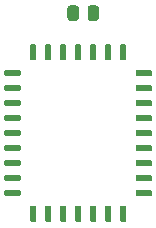
<source format=gtp>
G04 #@! TF.GenerationSoftware,KiCad,Pcbnew,(5.1.2-1)-1*
G04 #@! TF.CreationDate,2019-06-26T00:29:29-04:00*
G04 #@! TF.ProjectId,GW28R8128,47573238-5238-4313-9238-2e6b69636164,rev?*
G04 #@! TF.SameCoordinates,Original*
G04 #@! TF.FileFunction,Paste,Top*
G04 #@! TF.FilePolarity,Positive*
%FSLAX46Y46*%
G04 Gerber Fmt 4.6, Leading zero omitted, Abs format (unit mm)*
G04 Created by KiCad (PCBNEW (5.1.2-1)-1) date 2019-06-26 00:29:29*
%MOMM*%
%LPD*%
G04 APERTURE LIST*
%ADD10C,0.100000*%
%ADD11C,0.950000*%
%ADD12C,0.500000*%
G04 APERTURE END LIST*
D10*
G36*
X49790779Y-26021144D02*
G01*
X49813834Y-26024563D01*
X49836443Y-26030227D01*
X49858387Y-26038079D01*
X49879457Y-26048044D01*
X49899448Y-26060026D01*
X49918168Y-26073910D01*
X49935438Y-26089562D01*
X49951090Y-26106832D01*
X49964974Y-26125552D01*
X49976956Y-26145543D01*
X49986921Y-26166613D01*
X49994773Y-26188557D01*
X50000437Y-26211166D01*
X50003856Y-26234221D01*
X50005000Y-26257500D01*
X50005000Y-27082500D01*
X50003856Y-27105779D01*
X50000437Y-27128834D01*
X49994773Y-27151443D01*
X49986921Y-27173387D01*
X49976956Y-27194457D01*
X49964974Y-27214448D01*
X49951090Y-27233168D01*
X49935438Y-27250438D01*
X49918168Y-27266090D01*
X49899448Y-27279974D01*
X49879457Y-27291956D01*
X49858387Y-27301921D01*
X49836443Y-27309773D01*
X49813834Y-27315437D01*
X49790779Y-27318856D01*
X49767500Y-27320000D01*
X49292500Y-27320000D01*
X49269221Y-27318856D01*
X49246166Y-27315437D01*
X49223557Y-27309773D01*
X49201613Y-27301921D01*
X49180543Y-27291956D01*
X49160552Y-27279974D01*
X49141832Y-27266090D01*
X49124562Y-27250438D01*
X49108910Y-27233168D01*
X49095026Y-27214448D01*
X49083044Y-27194457D01*
X49073079Y-27173387D01*
X49065227Y-27151443D01*
X49059563Y-27128834D01*
X49056144Y-27105779D01*
X49055000Y-27082500D01*
X49055000Y-26257500D01*
X49056144Y-26234221D01*
X49059563Y-26211166D01*
X49065227Y-26188557D01*
X49073079Y-26166613D01*
X49083044Y-26145543D01*
X49095026Y-26125552D01*
X49108910Y-26106832D01*
X49124562Y-26089562D01*
X49141832Y-26073910D01*
X49160552Y-26060026D01*
X49180543Y-26048044D01*
X49201613Y-26038079D01*
X49223557Y-26030227D01*
X49246166Y-26024563D01*
X49269221Y-26021144D01*
X49292500Y-26020000D01*
X49767500Y-26020000D01*
X49790779Y-26021144D01*
X49790779Y-26021144D01*
G37*
D11*
X49530000Y-26670000D03*
D10*
G36*
X48090779Y-26021144D02*
G01*
X48113834Y-26024563D01*
X48136443Y-26030227D01*
X48158387Y-26038079D01*
X48179457Y-26048044D01*
X48199448Y-26060026D01*
X48218168Y-26073910D01*
X48235438Y-26089562D01*
X48251090Y-26106832D01*
X48264974Y-26125552D01*
X48276956Y-26145543D01*
X48286921Y-26166613D01*
X48294773Y-26188557D01*
X48300437Y-26211166D01*
X48303856Y-26234221D01*
X48305000Y-26257500D01*
X48305000Y-27082500D01*
X48303856Y-27105779D01*
X48300437Y-27128834D01*
X48294773Y-27151443D01*
X48286921Y-27173387D01*
X48276956Y-27194457D01*
X48264974Y-27214448D01*
X48251090Y-27233168D01*
X48235438Y-27250438D01*
X48218168Y-27266090D01*
X48199448Y-27279974D01*
X48179457Y-27291956D01*
X48158387Y-27301921D01*
X48136443Y-27309773D01*
X48113834Y-27315437D01*
X48090779Y-27318856D01*
X48067500Y-27320000D01*
X47592500Y-27320000D01*
X47569221Y-27318856D01*
X47546166Y-27315437D01*
X47523557Y-27309773D01*
X47501613Y-27301921D01*
X47480543Y-27291956D01*
X47460552Y-27279974D01*
X47441832Y-27266090D01*
X47424562Y-27250438D01*
X47408910Y-27233168D01*
X47395026Y-27214448D01*
X47383044Y-27194457D01*
X47373079Y-27173387D01*
X47365227Y-27151443D01*
X47359563Y-27128834D01*
X47356144Y-27105779D01*
X47355000Y-27082500D01*
X47355000Y-26257500D01*
X47356144Y-26234221D01*
X47359563Y-26211166D01*
X47365227Y-26188557D01*
X47373079Y-26166613D01*
X47383044Y-26145543D01*
X47395026Y-26125552D01*
X47408910Y-26106832D01*
X47424562Y-26089562D01*
X47441832Y-26073910D01*
X47460552Y-26060026D01*
X47480543Y-26048044D01*
X47501613Y-26038079D01*
X47523557Y-26030227D01*
X47546166Y-26024563D01*
X47569221Y-26021144D01*
X47592500Y-26020000D01*
X48067500Y-26020000D01*
X48090779Y-26021144D01*
X48090779Y-26021144D01*
G37*
D11*
X47830000Y-26670000D03*
D10*
G36*
X48397252Y-29305602D02*
G01*
X48409386Y-29307402D01*
X48421286Y-29310382D01*
X48432835Y-29314515D01*
X48443925Y-29319760D01*
X48454446Y-29326066D01*
X48464299Y-29333374D01*
X48473388Y-29341612D01*
X48481626Y-29350701D01*
X48488934Y-29360554D01*
X48495240Y-29371075D01*
X48500485Y-29382165D01*
X48504618Y-29393714D01*
X48507598Y-29405614D01*
X48509398Y-29417748D01*
X48510000Y-29430000D01*
X48510000Y-30555000D01*
X48509398Y-30567252D01*
X48507598Y-30579386D01*
X48504618Y-30591286D01*
X48500485Y-30602835D01*
X48495240Y-30613925D01*
X48488934Y-30624446D01*
X48481626Y-30634299D01*
X48473388Y-30643388D01*
X48464299Y-30651626D01*
X48454446Y-30658934D01*
X48443925Y-30665240D01*
X48432835Y-30670485D01*
X48421286Y-30674618D01*
X48409386Y-30677598D01*
X48397252Y-30679398D01*
X48385000Y-30680000D01*
X48135000Y-30680000D01*
X48122748Y-30679398D01*
X48110614Y-30677598D01*
X48098714Y-30674618D01*
X48087165Y-30670485D01*
X48076075Y-30665240D01*
X48065554Y-30658934D01*
X48055701Y-30651626D01*
X48046612Y-30643388D01*
X48038374Y-30634299D01*
X48031066Y-30624446D01*
X48024760Y-30613925D01*
X48019515Y-30602835D01*
X48015382Y-30591286D01*
X48012402Y-30579386D01*
X48010602Y-30567252D01*
X48010000Y-30555000D01*
X48010000Y-29430000D01*
X48010602Y-29417748D01*
X48012402Y-29405614D01*
X48015382Y-29393714D01*
X48019515Y-29382165D01*
X48024760Y-29371075D01*
X48031066Y-29360554D01*
X48038374Y-29350701D01*
X48046612Y-29341612D01*
X48055701Y-29333374D01*
X48065554Y-29326066D01*
X48076075Y-29319760D01*
X48087165Y-29314515D01*
X48098714Y-29310382D01*
X48110614Y-29307402D01*
X48122748Y-29305602D01*
X48135000Y-29305000D01*
X48385000Y-29305000D01*
X48397252Y-29305602D01*
X48397252Y-29305602D01*
G37*
D12*
X48260000Y-29992500D03*
D10*
G36*
X47127252Y-29305602D02*
G01*
X47139386Y-29307402D01*
X47151286Y-29310382D01*
X47162835Y-29314515D01*
X47173925Y-29319760D01*
X47184446Y-29326066D01*
X47194299Y-29333374D01*
X47203388Y-29341612D01*
X47211626Y-29350701D01*
X47218934Y-29360554D01*
X47225240Y-29371075D01*
X47230485Y-29382165D01*
X47234618Y-29393714D01*
X47237598Y-29405614D01*
X47239398Y-29417748D01*
X47240000Y-29430000D01*
X47240000Y-30555000D01*
X47239398Y-30567252D01*
X47237598Y-30579386D01*
X47234618Y-30591286D01*
X47230485Y-30602835D01*
X47225240Y-30613925D01*
X47218934Y-30624446D01*
X47211626Y-30634299D01*
X47203388Y-30643388D01*
X47194299Y-30651626D01*
X47184446Y-30658934D01*
X47173925Y-30665240D01*
X47162835Y-30670485D01*
X47151286Y-30674618D01*
X47139386Y-30677598D01*
X47127252Y-30679398D01*
X47115000Y-30680000D01*
X46865000Y-30680000D01*
X46852748Y-30679398D01*
X46840614Y-30677598D01*
X46828714Y-30674618D01*
X46817165Y-30670485D01*
X46806075Y-30665240D01*
X46795554Y-30658934D01*
X46785701Y-30651626D01*
X46776612Y-30643388D01*
X46768374Y-30634299D01*
X46761066Y-30624446D01*
X46754760Y-30613925D01*
X46749515Y-30602835D01*
X46745382Y-30591286D01*
X46742402Y-30579386D01*
X46740602Y-30567252D01*
X46740000Y-30555000D01*
X46740000Y-29430000D01*
X46740602Y-29417748D01*
X46742402Y-29405614D01*
X46745382Y-29393714D01*
X46749515Y-29382165D01*
X46754760Y-29371075D01*
X46761066Y-29360554D01*
X46768374Y-29350701D01*
X46776612Y-29341612D01*
X46785701Y-29333374D01*
X46795554Y-29326066D01*
X46806075Y-29319760D01*
X46817165Y-29314515D01*
X46828714Y-29310382D01*
X46840614Y-29307402D01*
X46852748Y-29305602D01*
X46865000Y-29305000D01*
X47115000Y-29305000D01*
X47127252Y-29305602D01*
X47127252Y-29305602D01*
G37*
D12*
X46990000Y-29992500D03*
D10*
G36*
X45857252Y-29305602D02*
G01*
X45869386Y-29307402D01*
X45881286Y-29310382D01*
X45892835Y-29314515D01*
X45903925Y-29319760D01*
X45914446Y-29326066D01*
X45924299Y-29333374D01*
X45933388Y-29341612D01*
X45941626Y-29350701D01*
X45948934Y-29360554D01*
X45955240Y-29371075D01*
X45960485Y-29382165D01*
X45964618Y-29393714D01*
X45967598Y-29405614D01*
X45969398Y-29417748D01*
X45970000Y-29430000D01*
X45970000Y-30555000D01*
X45969398Y-30567252D01*
X45967598Y-30579386D01*
X45964618Y-30591286D01*
X45960485Y-30602835D01*
X45955240Y-30613925D01*
X45948934Y-30624446D01*
X45941626Y-30634299D01*
X45933388Y-30643388D01*
X45924299Y-30651626D01*
X45914446Y-30658934D01*
X45903925Y-30665240D01*
X45892835Y-30670485D01*
X45881286Y-30674618D01*
X45869386Y-30677598D01*
X45857252Y-30679398D01*
X45845000Y-30680000D01*
X45595000Y-30680000D01*
X45582748Y-30679398D01*
X45570614Y-30677598D01*
X45558714Y-30674618D01*
X45547165Y-30670485D01*
X45536075Y-30665240D01*
X45525554Y-30658934D01*
X45515701Y-30651626D01*
X45506612Y-30643388D01*
X45498374Y-30634299D01*
X45491066Y-30624446D01*
X45484760Y-30613925D01*
X45479515Y-30602835D01*
X45475382Y-30591286D01*
X45472402Y-30579386D01*
X45470602Y-30567252D01*
X45470000Y-30555000D01*
X45470000Y-29430000D01*
X45470602Y-29417748D01*
X45472402Y-29405614D01*
X45475382Y-29393714D01*
X45479515Y-29382165D01*
X45484760Y-29371075D01*
X45491066Y-29360554D01*
X45498374Y-29350701D01*
X45506612Y-29341612D01*
X45515701Y-29333374D01*
X45525554Y-29326066D01*
X45536075Y-29319760D01*
X45547165Y-29314515D01*
X45558714Y-29310382D01*
X45570614Y-29307402D01*
X45582748Y-29305602D01*
X45595000Y-29305000D01*
X45845000Y-29305000D01*
X45857252Y-29305602D01*
X45857252Y-29305602D01*
G37*
D12*
X45720000Y-29992500D03*
D10*
G36*
X44587252Y-29305602D02*
G01*
X44599386Y-29307402D01*
X44611286Y-29310382D01*
X44622835Y-29314515D01*
X44633925Y-29319760D01*
X44644446Y-29326066D01*
X44654299Y-29333374D01*
X44663388Y-29341612D01*
X44671626Y-29350701D01*
X44678934Y-29360554D01*
X44685240Y-29371075D01*
X44690485Y-29382165D01*
X44694618Y-29393714D01*
X44697598Y-29405614D01*
X44699398Y-29417748D01*
X44700000Y-29430000D01*
X44700000Y-30555000D01*
X44699398Y-30567252D01*
X44697598Y-30579386D01*
X44694618Y-30591286D01*
X44690485Y-30602835D01*
X44685240Y-30613925D01*
X44678934Y-30624446D01*
X44671626Y-30634299D01*
X44663388Y-30643388D01*
X44654299Y-30651626D01*
X44644446Y-30658934D01*
X44633925Y-30665240D01*
X44622835Y-30670485D01*
X44611286Y-30674618D01*
X44599386Y-30677598D01*
X44587252Y-30679398D01*
X44575000Y-30680000D01*
X44325000Y-30680000D01*
X44312748Y-30679398D01*
X44300614Y-30677598D01*
X44288714Y-30674618D01*
X44277165Y-30670485D01*
X44266075Y-30665240D01*
X44255554Y-30658934D01*
X44245701Y-30651626D01*
X44236612Y-30643388D01*
X44228374Y-30634299D01*
X44221066Y-30624446D01*
X44214760Y-30613925D01*
X44209515Y-30602835D01*
X44205382Y-30591286D01*
X44202402Y-30579386D01*
X44200602Y-30567252D01*
X44200000Y-30555000D01*
X44200000Y-29430000D01*
X44200602Y-29417748D01*
X44202402Y-29405614D01*
X44205382Y-29393714D01*
X44209515Y-29382165D01*
X44214760Y-29371075D01*
X44221066Y-29360554D01*
X44228374Y-29350701D01*
X44236612Y-29341612D01*
X44245701Y-29333374D01*
X44255554Y-29326066D01*
X44266075Y-29319760D01*
X44277165Y-29314515D01*
X44288714Y-29310382D01*
X44300614Y-29307402D01*
X44312748Y-29305602D01*
X44325000Y-29305000D01*
X44575000Y-29305000D01*
X44587252Y-29305602D01*
X44587252Y-29305602D01*
G37*
D12*
X44450000Y-29992500D03*
D10*
G36*
X43272252Y-31500602D02*
G01*
X43284386Y-31502402D01*
X43296286Y-31505382D01*
X43307835Y-31509515D01*
X43318925Y-31514760D01*
X43329446Y-31521066D01*
X43339299Y-31528374D01*
X43348388Y-31536612D01*
X43356626Y-31545701D01*
X43363934Y-31555554D01*
X43370240Y-31566075D01*
X43375485Y-31577165D01*
X43379618Y-31588714D01*
X43382598Y-31600614D01*
X43384398Y-31612748D01*
X43385000Y-31625000D01*
X43385000Y-31875000D01*
X43384398Y-31887252D01*
X43382598Y-31899386D01*
X43379618Y-31911286D01*
X43375485Y-31922835D01*
X43370240Y-31933925D01*
X43363934Y-31944446D01*
X43356626Y-31954299D01*
X43348388Y-31963388D01*
X43339299Y-31971626D01*
X43329446Y-31978934D01*
X43318925Y-31985240D01*
X43307835Y-31990485D01*
X43296286Y-31994618D01*
X43284386Y-31997598D01*
X43272252Y-31999398D01*
X43260000Y-32000000D01*
X42135000Y-32000000D01*
X42122748Y-31999398D01*
X42110614Y-31997598D01*
X42098714Y-31994618D01*
X42087165Y-31990485D01*
X42076075Y-31985240D01*
X42065554Y-31978934D01*
X42055701Y-31971626D01*
X42046612Y-31963388D01*
X42038374Y-31954299D01*
X42031066Y-31944446D01*
X42024760Y-31933925D01*
X42019515Y-31922835D01*
X42015382Y-31911286D01*
X42012402Y-31899386D01*
X42010602Y-31887252D01*
X42010000Y-31875000D01*
X42010000Y-31625000D01*
X42010602Y-31612748D01*
X42012402Y-31600614D01*
X42015382Y-31588714D01*
X42019515Y-31577165D01*
X42024760Y-31566075D01*
X42031066Y-31555554D01*
X42038374Y-31545701D01*
X42046612Y-31536612D01*
X42055701Y-31528374D01*
X42065554Y-31521066D01*
X42076075Y-31514760D01*
X42087165Y-31509515D01*
X42098714Y-31505382D01*
X42110614Y-31502402D01*
X42122748Y-31500602D01*
X42135000Y-31500000D01*
X43260000Y-31500000D01*
X43272252Y-31500602D01*
X43272252Y-31500602D01*
G37*
D12*
X42697500Y-31750000D03*
D10*
G36*
X43272252Y-32770602D02*
G01*
X43284386Y-32772402D01*
X43296286Y-32775382D01*
X43307835Y-32779515D01*
X43318925Y-32784760D01*
X43329446Y-32791066D01*
X43339299Y-32798374D01*
X43348388Y-32806612D01*
X43356626Y-32815701D01*
X43363934Y-32825554D01*
X43370240Y-32836075D01*
X43375485Y-32847165D01*
X43379618Y-32858714D01*
X43382598Y-32870614D01*
X43384398Y-32882748D01*
X43385000Y-32895000D01*
X43385000Y-33145000D01*
X43384398Y-33157252D01*
X43382598Y-33169386D01*
X43379618Y-33181286D01*
X43375485Y-33192835D01*
X43370240Y-33203925D01*
X43363934Y-33214446D01*
X43356626Y-33224299D01*
X43348388Y-33233388D01*
X43339299Y-33241626D01*
X43329446Y-33248934D01*
X43318925Y-33255240D01*
X43307835Y-33260485D01*
X43296286Y-33264618D01*
X43284386Y-33267598D01*
X43272252Y-33269398D01*
X43260000Y-33270000D01*
X42135000Y-33270000D01*
X42122748Y-33269398D01*
X42110614Y-33267598D01*
X42098714Y-33264618D01*
X42087165Y-33260485D01*
X42076075Y-33255240D01*
X42065554Y-33248934D01*
X42055701Y-33241626D01*
X42046612Y-33233388D01*
X42038374Y-33224299D01*
X42031066Y-33214446D01*
X42024760Y-33203925D01*
X42019515Y-33192835D01*
X42015382Y-33181286D01*
X42012402Y-33169386D01*
X42010602Y-33157252D01*
X42010000Y-33145000D01*
X42010000Y-32895000D01*
X42010602Y-32882748D01*
X42012402Y-32870614D01*
X42015382Y-32858714D01*
X42019515Y-32847165D01*
X42024760Y-32836075D01*
X42031066Y-32825554D01*
X42038374Y-32815701D01*
X42046612Y-32806612D01*
X42055701Y-32798374D01*
X42065554Y-32791066D01*
X42076075Y-32784760D01*
X42087165Y-32779515D01*
X42098714Y-32775382D01*
X42110614Y-32772402D01*
X42122748Y-32770602D01*
X42135000Y-32770000D01*
X43260000Y-32770000D01*
X43272252Y-32770602D01*
X43272252Y-32770602D01*
G37*
D12*
X42697500Y-33020000D03*
D10*
G36*
X43272252Y-34040602D02*
G01*
X43284386Y-34042402D01*
X43296286Y-34045382D01*
X43307835Y-34049515D01*
X43318925Y-34054760D01*
X43329446Y-34061066D01*
X43339299Y-34068374D01*
X43348388Y-34076612D01*
X43356626Y-34085701D01*
X43363934Y-34095554D01*
X43370240Y-34106075D01*
X43375485Y-34117165D01*
X43379618Y-34128714D01*
X43382598Y-34140614D01*
X43384398Y-34152748D01*
X43385000Y-34165000D01*
X43385000Y-34415000D01*
X43384398Y-34427252D01*
X43382598Y-34439386D01*
X43379618Y-34451286D01*
X43375485Y-34462835D01*
X43370240Y-34473925D01*
X43363934Y-34484446D01*
X43356626Y-34494299D01*
X43348388Y-34503388D01*
X43339299Y-34511626D01*
X43329446Y-34518934D01*
X43318925Y-34525240D01*
X43307835Y-34530485D01*
X43296286Y-34534618D01*
X43284386Y-34537598D01*
X43272252Y-34539398D01*
X43260000Y-34540000D01*
X42135000Y-34540000D01*
X42122748Y-34539398D01*
X42110614Y-34537598D01*
X42098714Y-34534618D01*
X42087165Y-34530485D01*
X42076075Y-34525240D01*
X42065554Y-34518934D01*
X42055701Y-34511626D01*
X42046612Y-34503388D01*
X42038374Y-34494299D01*
X42031066Y-34484446D01*
X42024760Y-34473925D01*
X42019515Y-34462835D01*
X42015382Y-34451286D01*
X42012402Y-34439386D01*
X42010602Y-34427252D01*
X42010000Y-34415000D01*
X42010000Y-34165000D01*
X42010602Y-34152748D01*
X42012402Y-34140614D01*
X42015382Y-34128714D01*
X42019515Y-34117165D01*
X42024760Y-34106075D01*
X42031066Y-34095554D01*
X42038374Y-34085701D01*
X42046612Y-34076612D01*
X42055701Y-34068374D01*
X42065554Y-34061066D01*
X42076075Y-34054760D01*
X42087165Y-34049515D01*
X42098714Y-34045382D01*
X42110614Y-34042402D01*
X42122748Y-34040602D01*
X42135000Y-34040000D01*
X43260000Y-34040000D01*
X43272252Y-34040602D01*
X43272252Y-34040602D01*
G37*
D12*
X42697500Y-34290000D03*
D10*
G36*
X43272252Y-35310602D02*
G01*
X43284386Y-35312402D01*
X43296286Y-35315382D01*
X43307835Y-35319515D01*
X43318925Y-35324760D01*
X43329446Y-35331066D01*
X43339299Y-35338374D01*
X43348388Y-35346612D01*
X43356626Y-35355701D01*
X43363934Y-35365554D01*
X43370240Y-35376075D01*
X43375485Y-35387165D01*
X43379618Y-35398714D01*
X43382598Y-35410614D01*
X43384398Y-35422748D01*
X43385000Y-35435000D01*
X43385000Y-35685000D01*
X43384398Y-35697252D01*
X43382598Y-35709386D01*
X43379618Y-35721286D01*
X43375485Y-35732835D01*
X43370240Y-35743925D01*
X43363934Y-35754446D01*
X43356626Y-35764299D01*
X43348388Y-35773388D01*
X43339299Y-35781626D01*
X43329446Y-35788934D01*
X43318925Y-35795240D01*
X43307835Y-35800485D01*
X43296286Y-35804618D01*
X43284386Y-35807598D01*
X43272252Y-35809398D01*
X43260000Y-35810000D01*
X42135000Y-35810000D01*
X42122748Y-35809398D01*
X42110614Y-35807598D01*
X42098714Y-35804618D01*
X42087165Y-35800485D01*
X42076075Y-35795240D01*
X42065554Y-35788934D01*
X42055701Y-35781626D01*
X42046612Y-35773388D01*
X42038374Y-35764299D01*
X42031066Y-35754446D01*
X42024760Y-35743925D01*
X42019515Y-35732835D01*
X42015382Y-35721286D01*
X42012402Y-35709386D01*
X42010602Y-35697252D01*
X42010000Y-35685000D01*
X42010000Y-35435000D01*
X42010602Y-35422748D01*
X42012402Y-35410614D01*
X42015382Y-35398714D01*
X42019515Y-35387165D01*
X42024760Y-35376075D01*
X42031066Y-35365554D01*
X42038374Y-35355701D01*
X42046612Y-35346612D01*
X42055701Y-35338374D01*
X42065554Y-35331066D01*
X42076075Y-35324760D01*
X42087165Y-35319515D01*
X42098714Y-35315382D01*
X42110614Y-35312402D01*
X42122748Y-35310602D01*
X42135000Y-35310000D01*
X43260000Y-35310000D01*
X43272252Y-35310602D01*
X43272252Y-35310602D01*
G37*
D12*
X42697500Y-35560000D03*
D10*
G36*
X43272252Y-36580602D02*
G01*
X43284386Y-36582402D01*
X43296286Y-36585382D01*
X43307835Y-36589515D01*
X43318925Y-36594760D01*
X43329446Y-36601066D01*
X43339299Y-36608374D01*
X43348388Y-36616612D01*
X43356626Y-36625701D01*
X43363934Y-36635554D01*
X43370240Y-36646075D01*
X43375485Y-36657165D01*
X43379618Y-36668714D01*
X43382598Y-36680614D01*
X43384398Y-36692748D01*
X43385000Y-36705000D01*
X43385000Y-36955000D01*
X43384398Y-36967252D01*
X43382598Y-36979386D01*
X43379618Y-36991286D01*
X43375485Y-37002835D01*
X43370240Y-37013925D01*
X43363934Y-37024446D01*
X43356626Y-37034299D01*
X43348388Y-37043388D01*
X43339299Y-37051626D01*
X43329446Y-37058934D01*
X43318925Y-37065240D01*
X43307835Y-37070485D01*
X43296286Y-37074618D01*
X43284386Y-37077598D01*
X43272252Y-37079398D01*
X43260000Y-37080000D01*
X42135000Y-37080000D01*
X42122748Y-37079398D01*
X42110614Y-37077598D01*
X42098714Y-37074618D01*
X42087165Y-37070485D01*
X42076075Y-37065240D01*
X42065554Y-37058934D01*
X42055701Y-37051626D01*
X42046612Y-37043388D01*
X42038374Y-37034299D01*
X42031066Y-37024446D01*
X42024760Y-37013925D01*
X42019515Y-37002835D01*
X42015382Y-36991286D01*
X42012402Y-36979386D01*
X42010602Y-36967252D01*
X42010000Y-36955000D01*
X42010000Y-36705000D01*
X42010602Y-36692748D01*
X42012402Y-36680614D01*
X42015382Y-36668714D01*
X42019515Y-36657165D01*
X42024760Y-36646075D01*
X42031066Y-36635554D01*
X42038374Y-36625701D01*
X42046612Y-36616612D01*
X42055701Y-36608374D01*
X42065554Y-36601066D01*
X42076075Y-36594760D01*
X42087165Y-36589515D01*
X42098714Y-36585382D01*
X42110614Y-36582402D01*
X42122748Y-36580602D01*
X42135000Y-36580000D01*
X43260000Y-36580000D01*
X43272252Y-36580602D01*
X43272252Y-36580602D01*
G37*
D12*
X42697500Y-36830000D03*
D10*
G36*
X43272252Y-37850602D02*
G01*
X43284386Y-37852402D01*
X43296286Y-37855382D01*
X43307835Y-37859515D01*
X43318925Y-37864760D01*
X43329446Y-37871066D01*
X43339299Y-37878374D01*
X43348388Y-37886612D01*
X43356626Y-37895701D01*
X43363934Y-37905554D01*
X43370240Y-37916075D01*
X43375485Y-37927165D01*
X43379618Y-37938714D01*
X43382598Y-37950614D01*
X43384398Y-37962748D01*
X43385000Y-37975000D01*
X43385000Y-38225000D01*
X43384398Y-38237252D01*
X43382598Y-38249386D01*
X43379618Y-38261286D01*
X43375485Y-38272835D01*
X43370240Y-38283925D01*
X43363934Y-38294446D01*
X43356626Y-38304299D01*
X43348388Y-38313388D01*
X43339299Y-38321626D01*
X43329446Y-38328934D01*
X43318925Y-38335240D01*
X43307835Y-38340485D01*
X43296286Y-38344618D01*
X43284386Y-38347598D01*
X43272252Y-38349398D01*
X43260000Y-38350000D01*
X42135000Y-38350000D01*
X42122748Y-38349398D01*
X42110614Y-38347598D01*
X42098714Y-38344618D01*
X42087165Y-38340485D01*
X42076075Y-38335240D01*
X42065554Y-38328934D01*
X42055701Y-38321626D01*
X42046612Y-38313388D01*
X42038374Y-38304299D01*
X42031066Y-38294446D01*
X42024760Y-38283925D01*
X42019515Y-38272835D01*
X42015382Y-38261286D01*
X42012402Y-38249386D01*
X42010602Y-38237252D01*
X42010000Y-38225000D01*
X42010000Y-37975000D01*
X42010602Y-37962748D01*
X42012402Y-37950614D01*
X42015382Y-37938714D01*
X42019515Y-37927165D01*
X42024760Y-37916075D01*
X42031066Y-37905554D01*
X42038374Y-37895701D01*
X42046612Y-37886612D01*
X42055701Y-37878374D01*
X42065554Y-37871066D01*
X42076075Y-37864760D01*
X42087165Y-37859515D01*
X42098714Y-37855382D01*
X42110614Y-37852402D01*
X42122748Y-37850602D01*
X42135000Y-37850000D01*
X43260000Y-37850000D01*
X43272252Y-37850602D01*
X43272252Y-37850602D01*
G37*
D12*
X42697500Y-38100000D03*
D10*
G36*
X43272252Y-39120602D02*
G01*
X43284386Y-39122402D01*
X43296286Y-39125382D01*
X43307835Y-39129515D01*
X43318925Y-39134760D01*
X43329446Y-39141066D01*
X43339299Y-39148374D01*
X43348388Y-39156612D01*
X43356626Y-39165701D01*
X43363934Y-39175554D01*
X43370240Y-39186075D01*
X43375485Y-39197165D01*
X43379618Y-39208714D01*
X43382598Y-39220614D01*
X43384398Y-39232748D01*
X43385000Y-39245000D01*
X43385000Y-39495000D01*
X43384398Y-39507252D01*
X43382598Y-39519386D01*
X43379618Y-39531286D01*
X43375485Y-39542835D01*
X43370240Y-39553925D01*
X43363934Y-39564446D01*
X43356626Y-39574299D01*
X43348388Y-39583388D01*
X43339299Y-39591626D01*
X43329446Y-39598934D01*
X43318925Y-39605240D01*
X43307835Y-39610485D01*
X43296286Y-39614618D01*
X43284386Y-39617598D01*
X43272252Y-39619398D01*
X43260000Y-39620000D01*
X42135000Y-39620000D01*
X42122748Y-39619398D01*
X42110614Y-39617598D01*
X42098714Y-39614618D01*
X42087165Y-39610485D01*
X42076075Y-39605240D01*
X42065554Y-39598934D01*
X42055701Y-39591626D01*
X42046612Y-39583388D01*
X42038374Y-39574299D01*
X42031066Y-39564446D01*
X42024760Y-39553925D01*
X42019515Y-39542835D01*
X42015382Y-39531286D01*
X42012402Y-39519386D01*
X42010602Y-39507252D01*
X42010000Y-39495000D01*
X42010000Y-39245000D01*
X42010602Y-39232748D01*
X42012402Y-39220614D01*
X42015382Y-39208714D01*
X42019515Y-39197165D01*
X42024760Y-39186075D01*
X42031066Y-39175554D01*
X42038374Y-39165701D01*
X42046612Y-39156612D01*
X42055701Y-39148374D01*
X42065554Y-39141066D01*
X42076075Y-39134760D01*
X42087165Y-39129515D01*
X42098714Y-39125382D01*
X42110614Y-39122402D01*
X42122748Y-39120602D01*
X42135000Y-39120000D01*
X43260000Y-39120000D01*
X43272252Y-39120602D01*
X43272252Y-39120602D01*
G37*
D12*
X42697500Y-39370000D03*
D10*
G36*
X43272252Y-40390602D02*
G01*
X43284386Y-40392402D01*
X43296286Y-40395382D01*
X43307835Y-40399515D01*
X43318925Y-40404760D01*
X43329446Y-40411066D01*
X43339299Y-40418374D01*
X43348388Y-40426612D01*
X43356626Y-40435701D01*
X43363934Y-40445554D01*
X43370240Y-40456075D01*
X43375485Y-40467165D01*
X43379618Y-40478714D01*
X43382598Y-40490614D01*
X43384398Y-40502748D01*
X43385000Y-40515000D01*
X43385000Y-40765000D01*
X43384398Y-40777252D01*
X43382598Y-40789386D01*
X43379618Y-40801286D01*
X43375485Y-40812835D01*
X43370240Y-40823925D01*
X43363934Y-40834446D01*
X43356626Y-40844299D01*
X43348388Y-40853388D01*
X43339299Y-40861626D01*
X43329446Y-40868934D01*
X43318925Y-40875240D01*
X43307835Y-40880485D01*
X43296286Y-40884618D01*
X43284386Y-40887598D01*
X43272252Y-40889398D01*
X43260000Y-40890000D01*
X42135000Y-40890000D01*
X42122748Y-40889398D01*
X42110614Y-40887598D01*
X42098714Y-40884618D01*
X42087165Y-40880485D01*
X42076075Y-40875240D01*
X42065554Y-40868934D01*
X42055701Y-40861626D01*
X42046612Y-40853388D01*
X42038374Y-40844299D01*
X42031066Y-40834446D01*
X42024760Y-40823925D01*
X42019515Y-40812835D01*
X42015382Y-40801286D01*
X42012402Y-40789386D01*
X42010602Y-40777252D01*
X42010000Y-40765000D01*
X42010000Y-40515000D01*
X42010602Y-40502748D01*
X42012402Y-40490614D01*
X42015382Y-40478714D01*
X42019515Y-40467165D01*
X42024760Y-40456075D01*
X42031066Y-40445554D01*
X42038374Y-40435701D01*
X42046612Y-40426612D01*
X42055701Y-40418374D01*
X42065554Y-40411066D01*
X42076075Y-40404760D01*
X42087165Y-40399515D01*
X42098714Y-40395382D01*
X42110614Y-40392402D01*
X42122748Y-40390602D01*
X42135000Y-40390000D01*
X43260000Y-40390000D01*
X43272252Y-40390602D01*
X43272252Y-40390602D01*
G37*
D12*
X42697500Y-40640000D03*
D10*
G36*
X43272252Y-41660602D02*
G01*
X43284386Y-41662402D01*
X43296286Y-41665382D01*
X43307835Y-41669515D01*
X43318925Y-41674760D01*
X43329446Y-41681066D01*
X43339299Y-41688374D01*
X43348388Y-41696612D01*
X43356626Y-41705701D01*
X43363934Y-41715554D01*
X43370240Y-41726075D01*
X43375485Y-41737165D01*
X43379618Y-41748714D01*
X43382598Y-41760614D01*
X43384398Y-41772748D01*
X43385000Y-41785000D01*
X43385000Y-42035000D01*
X43384398Y-42047252D01*
X43382598Y-42059386D01*
X43379618Y-42071286D01*
X43375485Y-42082835D01*
X43370240Y-42093925D01*
X43363934Y-42104446D01*
X43356626Y-42114299D01*
X43348388Y-42123388D01*
X43339299Y-42131626D01*
X43329446Y-42138934D01*
X43318925Y-42145240D01*
X43307835Y-42150485D01*
X43296286Y-42154618D01*
X43284386Y-42157598D01*
X43272252Y-42159398D01*
X43260000Y-42160000D01*
X42135000Y-42160000D01*
X42122748Y-42159398D01*
X42110614Y-42157598D01*
X42098714Y-42154618D01*
X42087165Y-42150485D01*
X42076075Y-42145240D01*
X42065554Y-42138934D01*
X42055701Y-42131626D01*
X42046612Y-42123388D01*
X42038374Y-42114299D01*
X42031066Y-42104446D01*
X42024760Y-42093925D01*
X42019515Y-42082835D01*
X42015382Y-42071286D01*
X42012402Y-42059386D01*
X42010602Y-42047252D01*
X42010000Y-42035000D01*
X42010000Y-41785000D01*
X42010602Y-41772748D01*
X42012402Y-41760614D01*
X42015382Y-41748714D01*
X42019515Y-41737165D01*
X42024760Y-41726075D01*
X42031066Y-41715554D01*
X42038374Y-41705701D01*
X42046612Y-41696612D01*
X42055701Y-41688374D01*
X42065554Y-41681066D01*
X42076075Y-41674760D01*
X42087165Y-41669515D01*
X42098714Y-41665382D01*
X42110614Y-41662402D01*
X42122748Y-41660602D01*
X42135000Y-41660000D01*
X43260000Y-41660000D01*
X43272252Y-41660602D01*
X43272252Y-41660602D01*
G37*
D12*
X42697500Y-41910000D03*
D10*
G36*
X44587252Y-42980602D02*
G01*
X44599386Y-42982402D01*
X44611286Y-42985382D01*
X44622835Y-42989515D01*
X44633925Y-42994760D01*
X44644446Y-43001066D01*
X44654299Y-43008374D01*
X44663388Y-43016612D01*
X44671626Y-43025701D01*
X44678934Y-43035554D01*
X44685240Y-43046075D01*
X44690485Y-43057165D01*
X44694618Y-43068714D01*
X44697598Y-43080614D01*
X44699398Y-43092748D01*
X44700000Y-43105000D01*
X44700000Y-44230000D01*
X44699398Y-44242252D01*
X44697598Y-44254386D01*
X44694618Y-44266286D01*
X44690485Y-44277835D01*
X44685240Y-44288925D01*
X44678934Y-44299446D01*
X44671626Y-44309299D01*
X44663388Y-44318388D01*
X44654299Y-44326626D01*
X44644446Y-44333934D01*
X44633925Y-44340240D01*
X44622835Y-44345485D01*
X44611286Y-44349618D01*
X44599386Y-44352598D01*
X44587252Y-44354398D01*
X44575000Y-44355000D01*
X44325000Y-44355000D01*
X44312748Y-44354398D01*
X44300614Y-44352598D01*
X44288714Y-44349618D01*
X44277165Y-44345485D01*
X44266075Y-44340240D01*
X44255554Y-44333934D01*
X44245701Y-44326626D01*
X44236612Y-44318388D01*
X44228374Y-44309299D01*
X44221066Y-44299446D01*
X44214760Y-44288925D01*
X44209515Y-44277835D01*
X44205382Y-44266286D01*
X44202402Y-44254386D01*
X44200602Y-44242252D01*
X44200000Y-44230000D01*
X44200000Y-43105000D01*
X44200602Y-43092748D01*
X44202402Y-43080614D01*
X44205382Y-43068714D01*
X44209515Y-43057165D01*
X44214760Y-43046075D01*
X44221066Y-43035554D01*
X44228374Y-43025701D01*
X44236612Y-43016612D01*
X44245701Y-43008374D01*
X44255554Y-43001066D01*
X44266075Y-42994760D01*
X44277165Y-42989515D01*
X44288714Y-42985382D01*
X44300614Y-42982402D01*
X44312748Y-42980602D01*
X44325000Y-42980000D01*
X44575000Y-42980000D01*
X44587252Y-42980602D01*
X44587252Y-42980602D01*
G37*
D12*
X44450000Y-43667500D03*
D10*
G36*
X45857252Y-42980602D02*
G01*
X45869386Y-42982402D01*
X45881286Y-42985382D01*
X45892835Y-42989515D01*
X45903925Y-42994760D01*
X45914446Y-43001066D01*
X45924299Y-43008374D01*
X45933388Y-43016612D01*
X45941626Y-43025701D01*
X45948934Y-43035554D01*
X45955240Y-43046075D01*
X45960485Y-43057165D01*
X45964618Y-43068714D01*
X45967598Y-43080614D01*
X45969398Y-43092748D01*
X45970000Y-43105000D01*
X45970000Y-44230000D01*
X45969398Y-44242252D01*
X45967598Y-44254386D01*
X45964618Y-44266286D01*
X45960485Y-44277835D01*
X45955240Y-44288925D01*
X45948934Y-44299446D01*
X45941626Y-44309299D01*
X45933388Y-44318388D01*
X45924299Y-44326626D01*
X45914446Y-44333934D01*
X45903925Y-44340240D01*
X45892835Y-44345485D01*
X45881286Y-44349618D01*
X45869386Y-44352598D01*
X45857252Y-44354398D01*
X45845000Y-44355000D01*
X45595000Y-44355000D01*
X45582748Y-44354398D01*
X45570614Y-44352598D01*
X45558714Y-44349618D01*
X45547165Y-44345485D01*
X45536075Y-44340240D01*
X45525554Y-44333934D01*
X45515701Y-44326626D01*
X45506612Y-44318388D01*
X45498374Y-44309299D01*
X45491066Y-44299446D01*
X45484760Y-44288925D01*
X45479515Y-44277835D01*
X45475382Y-44266286D01*
X45472402Y-44254386D01*
X45470602Y-44242252D01*
X45470000Y-44230000D01*
X45470000Y-43105000D01*
X45470602Y-43092748D01*
X45472402Y-43080614D01*
X45475382Y-43068714D01*
X45479515Y-43057165D01*
X45484760Y-43046075D01*
X45491066Y-43035554D01*
X45498374Y-43025701D01*
X45506612Y-43016612D01*
X45515701Y-43008374D01*
X45525554Y-43001066D01*
X45536075Y-42994760D01*
X45547165Y-42989515D01*
X45558714Y-42985382D01*
X45570614Y-42982402D01*
X45582748Y-42980602D01*
X45595000Y-42980000D01*
X45845000Y-42980000D01*
X45857252Y-42980602D01*
X45857252Y-42980602D01*
G37*
D12*
X45720000Y-43667500D03*
D10*
G36*
X47127252Y-42980602D02*
G01*
X47139386Y-42982402D01*
X47151286Y-42985382D01*
X47162835Y-42989515D01*
X47173925Y-42994760D01*
X47184446Y-43001066D01*
X47194299Y-43008374D01*
X47203388Y-43016612D01*
X47211626Y-43025701D01*
X47218934Y-43035554D01*
X47225240Y-43046075D01*
X47230485Y-43057165D01*
X47234618Y-43068714D01*
X47237598Y-43080614D01*
X47239398Y-43092748D01*
X47240000Y-43105000D01*
X47240000Y-44230000D01*
X47239398Y-44242252D01*
X47237598Y-44254386D01*
X47234618Y-44266286D01*
X47230485Y-44277835D01*
X47225240Y-44288925D01*
X47218934Y-44299446D01*
X47211626Y-44309299D01*
X47203388Y-44318388D01*
X47194299Y-44326626D01*
X47184446Y-44333934D01*
X47173925Y-44340240D01*
X47162835Y-44345485D01*
X47151286Y-44349618D01*
X47139386Y-44352598D01*
X47127252Y-44354398D01*
X47115000Y-44355000D01*
X46865000Y-44355000D01*
X46852748Y-44354398D01*
X46840614Y-44352598D01*
X46828714Y-44349618D01*
X46817165Y-44345485D01*
X46806075Y-44340240D01*
X46795554Y-44333934D01*
X46785701Y-44326626D01*
X46776612Y-44318388D01*
X46768374Y-44309299D01*
X46761066Y-44299446D01*
X46754760Y-44288925D01*
X46749515Y-44277835D01*
X46745382Y-44266286D01*
X46742402Y-44254386D01*
X46740602Y-44242252D01*
X46740000Y-44230000D01*
X46740000Y-43105000D01*
X46740602Y-43092748D01*
X46742402Y-43080614D01*
X46745382Y-43068714D01*
X46749515Y-43057165D01*
X46754760Y-43046075D01*
X46761066Y-43035554D01*
X46768374Y-43025701D01*
X46776612Y-43016612D01*
X46785701Y-43008374D01*
X46795554Y-43001066D01*
X46806075Y-42994760D01*
X46817165Y-42989515D01*
X46828714Y-42985382D01*
X46840614Y-42982402D01*
X46852748Y-42980602D01*
X46865000Y-42980000D01*
X47115000Y-42980000D01*
X47127252Y-42980602D01*
X47127252Y-42980602D01*
G37*
D12*
X46990000Y-43667500D03*
D10*
G36*
X48397252Y-42980602D02*
G01*
X48409386Y-42982402D01*
X48421286Y-42985382D01*
X48432835Y-42989515D01*
X48443925Y-42994760D01*
X48454446Y-43001066D01*
X48464299Y-43008374D01*
X48473388Y-43016612D01*
X48481626Y-43025701D01*
X48488934Y-43035554D01*
X48495240Y-43046075D01*
X48500485Y-43057165D01*
X48504618Y-43068714D01*
X48507598Y-43080614D01*
X48509398Y-43092748D01*
X48510000Y-43105000D01*
X48510000Y-44230000D01*
X48509398Y-44242252D01*
X48507598Y-44254386D01*
X48504618Y-44266286D01*
X48500485Y-44277835D01*
X48495240Y-44288925D01*
X48488934Y-44299446D01*
X48481626Y-44309299D01*
X48473388Y-44318388D01*
X48464299Y-44326626D01*
X48454446Y-44333934D01*
X48443925Y-44340240D01*
X48432835Y-44345485D01*
X48421286Y-44349618D01*
X48409386Y-44352598D01*
X48397252Y-44354398D01*
X48385000Y-44355000D01*
X48135000Y-44355000D01*
X48122748Y-44354398D01*
X48110614Y-44352598D01*
X48098714Y-44349618D01*
X48087165Y-44345485D01*
X48076075Y-44340240D01*
X48065554Y-44333934D01*
X48055701Y-44326626D01*
X48046612Y-44318388D01*
X48038374Y-44309299D01*
X48031066Y-44299446D01*
X48024760Y-44288925D01*
X48019515Y-44277835D01*
X48015382Y-44266286D01*
X48012402Y-44254386D01*
X48010602Y-44242252D01*
X48010000Y-44230000D01*
X48010000Y-43105000D01*
X48010602Y-43092748D01*
X48012402Y-43080614D01*
X48015382Y-43068714D01*
X48019515Y-43057165D01*
X48024760Y-43046075D01*
X48031066Y-43035554D01*
X48038374Y-43025701D01*
X48046612Y-43016612D01*
X48055701Y-43008374D01*
X48065554Y-43001066D01*
X48076075Y-42994760D01*
X48087165Y-42989515D01*
X48098714Y-42985382D01*
X48110614Y-42982402D01*
X48122748Y-42980602D01*
X48135000Y-42980000D01*
X48385000Y-42980000D01*
X48397252Y-42980602D01*
X48397252Y-42980602D01*
G37*
D12*
X48260000Y-43667500D03*
D10*
G36*
X49667252Y-42980602D02*
G01*
X49679386Y-42982402D01*
X49691286Y-42985382D01*
X49702835Y-42989515D01*
X49713925Y-42994760D01*
X49724446Y-43001066D01*
X49734299Y-43008374D01*
X49743388Y-43016612D01*
X49751626Y-43025701D01*
X49758934Y-43035554D01*
X49765240Y-43046075D01*
X49770485Y-43057165D01*
X49774618Y-43068714D01*
X49777598Y-43080614D01*
X49779398Y-43092748D01*
X49780000Y-43105000D01*
X49780000Y-44230000D01*
X49779398Y-44242252D01*
X49777598Y-44254386D01*
X49774618Y-44266286D01*
X49770485Y-44277835D01*
X49765240Y-44288925D01*
X49758934Y-44299446D01*
X49751626Y-44309299D01*
X49743388Y-44318388D01*
X49734299Y-44326626D01*
X49724446Y-44333934D01*
X49713925Y-44340240D01*
X49702835Y-44345485D01*
X49691286Y-44349618D01*
X49679386Y-44352598D01*
X49667252Y-44354398D01*
X49655000Y-44355000D01*
X49405000Y-44355000D01*
X49392748Y-44354398D01*
X49380614Y-44352598D01*
X49368714Y-44349618D01*
X49357165Y-44345485D01*
X49346075Y-44340240D01*
X49335554Y-44333934D01*
X49325701Y-44326626D01*
X49316612Y-44318388D01*
X49308374Y-44309299D01*
X49301066Y-44299446D01*
X49294760Y-44288925D01*
X49289515Y-44277835D01*
X49285382Y-44266286D01*
X49282402Y-44254386D01*
X49280602Y-44242252D01*
X49280000Y-44230000D01*
X49280000Y-43105000D01*
X49280602Y-43092748D01*
X49282402Y-43080614D01*
X49285382Y-43068714D01*
X49289515Y-43057165D01*
X49294760Y-43046075D01*
X49301066Y-43035554D01*
X49308374Y-43025701D01*
X49316612Y-43016612D01*
X49325701Y-43008374D01*
X49335554Y-43001066D01*
X49346075Y-42994760D01*
X49357165Y-42989515D01*
X49368714Y-42985382D01*
X49380614Y-42982402D01*
X49392748Y-42980602D01*
X49405000Y-42980000D01*
X49655000Y-42980000D01*
X49667252Y-42980602D01*
X49667252Y-42980602D01*
G37*
D12*
X49530000Y-43667500D03*
D10*
G36*
X50937252Y-42980602D02*
G01*
X50949386Y-42982402D01*
X50961286Y-42985382D01*
X50972835Y-42989515D01*
X50983925Y-42994760D01*
X50994446Y-43001066D01*
X51004299Y-43008374D01*
X51013388Y-43016612D01*
X51021626Y-43025701D01*
X51028934Y-43035554D01*
X51035240Y-43046075D01*
X51040485Y-43057165D01*
X51044618Y-43068714D01*
X51047598Y-43080614D01*
X51049398Y-43092748D01*
X51050000Y-43105000D01*
X51050000Y-44230000D01*
X51049398Y-44242252D01*
X51047598Y-44254386D01*
X51044618Y-44266286D01*
X51040485Y-44277835D01*
X51035240Y-44288925D01*
X51028934Y-44299446D01*
X51021626Y-44309299D01*
X51013388Y-44318388D01*
X51004299Y-44326626D01*
X50994446Y-44333934D01*
X50983925Y-44340240D01*
X50972835Y-44345485D01*
X50961286Y-44349618D01*
X50949386Y-44352598D01*
X50937252Y-44354398D01*
X50925000Y-44355000D01*
X50675000Y-44355000D01*
X50662748Y-44354398D01*
X50650614Y-44352598D01*
X50638714Y-44349618D01*
X50627165Y-44345485D01*
X50616075Y-44340240D01*
X50605554Y-44333934D01*
X50595701Y-44326626D01*
X50586612Y-44318388D01*
X50578374Y-44309299D01*
X50571066Y-44299446D01*
X50564760Y-44288925D01*
X50559515Y-44277835D01*
X50555382Y-44266286D01*
X50552402Y-44254386D01*
X50550602Y-44242252D01*
X50550000Y-44230000D01*
X50550000Y-43105000D01*
X50550602Y-43092748D01*
X50552402Y-43080614D01*
X50555382Y-43068714D01*
X50559515Y-43057165D01*
X50564760Y-43046075D01*
X50571066Y-43035554D01*
X50578374Y-43025701D01*
X50586612Y-43016612D01*
X50595701Y-43008374D01*
X50605554Y-43001066D01*
X50616075Y-42994760D01*
X50627165Y-42989515D01*
X50638714Y-42985382D01*
X50650614Y-42982402D01*
X50662748Y-42980602D01*
X50675000Y-42980000D01*
X50925000Y-42980000D01*
X50937252Y-42980602D01*
X50937252Y-42980602D01*
G37*
D12*
X50800000Y-43667500D03*
D10*
G36*
X52207252Y-42980602D02*
G01*
X52219386Y-42982402D01*
X52231286Y-42985382D01*
X52242835Y-42989515D01*
X52253925Y-42994760D01*
X52264446Y-43001066D01*
X52274299Y-43008374D01*
X52283388Y-43016612D01*
X52291626Y-43025701D01*
X52298934Y-43035554D01*
X52305240Y-43046075D01*
X52310485Y-43057165D01*
X52314618Y-43068714D01*
X52317598Y-43080614D01*
X52319398Y-43092748D01*
X52320000Y-43105000D01*
X52320000Y-44230000D01*
X52319398Y-44242252D01*
X52317598Y-44254386D01*
X52314618Y-44266286D01*
X52310485Y-44277835D01*
X52305240Y-44288925D01*
X52298934Y-44299446D01*
X52291626Y-44309299D01*
X52283388Y-44318388D01*
X52274299Y-44326626D01*
X52264446Y-44333934D01*
X52253925Y-44340240D01*
X52242835Y-44345485D01*
X52231286Y-44349618D01*
X52219386Y-44352598D01*
X52207252Y-44354398D01*
X52195000Y-44355000D01*
X51945000Y-44355000D01*
X51932748Y-44354398D01*
X51920614Y-44352598D01*
X51908714Y-44349618D01*
X51897165Y-44345485D01*
X51886075Y-44340240D01*
X51875554Y-44333934D01*
X51865701Y-44326626D01*
X51856612Y-44318388D01*
X51848374Y-44309299D01*
X51841066Y-44299446D01*
X51834760Y-44288925D01*
X51829515Y-44277835D01*
X51825382Y-44266286D01*
X51822402Y-44254386D01*
X51820602Y-44242252D01*
X51820000Y-44230000D01*
X51820000Y-43105000D01*
X51820602Y-43092748D01*
X51822402Y-43080614D01*
X51825382Y-43068714D01*
X51829515Y-43057165D01*
X51834760Y-43046075D01*
X51841066Y-43035554D01*
X51848374Y-43025701D01*
X51856612Y-43016612D01*
X51865701Y-43008374D01*
X51875554Y-43001066D01*
X51886075Y-42994760D01*
X51897165Y-42989515D01*
X51908714Y-42985382D01*
X51920614Y-42982402D01*
X51932748Y-42980602D01*
X51945000Y-42980000D01*
X52195000Y-42980000D01*
X52207252Y-42980602D01*
X52207252Y-42980602D01*
G37*
D12*
X52070000Y-43667500D03*
D10*
G36*
X54397252Y-41660602D02*
G01*
X54409386Y-41662402D01*
X54421286Y-41665382D01*
X54432835Y-41669515D01*
X54443925Y-41674760D01*
X54454446Y-41681066D01*
X54464299Y-41688374D01*
X54473388Y-41696612D01*
X54481626Y-41705701D01*
X54488934Y-41715554D01*
X54495240Y-41726075D01*
X54500485Y-41737165D01*
X54504618Y-41748714D01*
X54507598Y-41760614D01*
X54509398Y-41772748D01*
X54510000Y-41785000D01*
X54510000Y-42035000D01*
X54509398Y-42047252D01*
X54507598Y-42059386D01*
X54504618Y-42071286D01*
X54500485Y-42082835D01*
X54495240Y-42093925D01*
X54488934Y-42104446D01*
X54481626Y-42114299D01*
X54473388Y-42123388D01*
X54464299Y-42131626D01*
X54454446Y-42138934D01*
X54443925Y-42145240D01*
X54432835Y-42150485D01*
X54421286Y-42154618D01*
X54409386Y-42157598D01*
X54397252Y-42159398D01*
X54385000Y-42160000D01*
X53260000Y-42160000D01*
X53247748Y-42159398D01*
X53235614Y-42157598D01*
X53223714Y-42154618D01*
X53212165Y-42150485D01*
X53201075Y-42145240D01*
X53190554Y-42138934D01*
X53180701Y-42131626D01*
X53171612Y-42123388D01*
X53163374Y-42114299D01*
X53156066Y-42104446D01*
X53149760Y-42093925D01*
X53144515Y-42082835D01*
X53140382Y-42071286D01*
X53137402Y-42059386D01*
X53135602Y-42047252D01*
X53135000Y-42035000D01*
X53135000Y-41785000D01*
X53135602Y-41772748D01*
X53137402Y-41760614D01*
X53140382Y-41748714D01*
X53144515Y-41737165D01*
X53149760Y-41726075D01*
X53156066Y-41715554D01*
X53163374Y-41705701D01*
X53171612Y-41696612D01*
X53180701Y-41688374D01*
X53190554Y-41681066D01*
X53201075Y-41674760D01*
X53212165Y-41669515D01*
X53223714Y-41665382D01*
X53235614Y-41662402D01*
X53247748Y-41660602D01*
X53260000Y-41660000D01*
X54385000Y-41660000D01*
X54397252Y-41660602D01*
X54397252Y-41660602D01*
G37*
D12*
X53822500Y-41910000D03*
D10*
G36*
X54397252Y-40390602D02*
G01*
X54409386Y-40392402D01*
X54421286Y-40395382D01*
X54432835Y-40399515D01*
X54443925Y-40404760D01*
X54454446Y-40411066D01*
X54464299Y-40418374D01*
X54473388Y-40426612D01*
X54481626Y-40435701D01*
X54488934Y-40445554D01*
X54495240Y-40456075D01*
X54500485Y-40467165D01*
X54504618Y-40478714D01*
X54507598Y-40490614D01*
X54509398Y-40502748D01*
X54510000Y-40515000D01*
X54510000Y-40765000D01*
X54509398Y-40777252D01*
X54507598Y-40789386D01*
X54504618Y-40801286D01*
X54500485Y-40812835D01*
X54495240Y-40823925D01*
X54488934Y-40834446D01*
X54481626Y-40844299D01*
X54473388Y-40853388D01*
X54464299Y-40861626D01*
X54454446Y-40868934D01*
X54443925Y-40875240D01*
X54432835Y-40880485D01*
X54421286Y-40884618D01*
X54409386Y-40887598D01*
X54397252Y-40889398D01*
X54385000Y-40890000D01*
X53260000Y-40890000D01*
X53247748Y-40889398D01*
X53235614Y-40887598D01*
X53223714Y-40884618D01*
X53212165Y-40880485D01*
X53201075Y-40875240D01*
X53190554Y-40868934D01*
X53180701Y-40861626D01*
X53171612Y-40853388D01*
X53163374Y-40844299D01*
X53156066Y-40834446D01*
X53149760Y-40823925D01*
X53144515Y-40812835D01*
X53140382Y-40801286D01*
X53137402Y-40789386D01*
X53135602Y-40777252D01*
X53135000Y-40765000D01*
X53135000Y-40515000D01*
X53135602Y-40502748D01*
X53137402Y-40490614D01*
X53140382Y-40478714D01*
X53144515Y-40467165D01*
X53149760Y-40456075D01*
X53156066Y-40445554D01*
X53163374Y-40435701D01*
X53171612Y-40426612D01*
X53180701Y-40418374D01*
X53190554Y-40411066D01*
X53201075Y-40404760D01*
X53212165Y-40399515D01*
X53223714Y-40395382D01*
X53235614Y-40392402D01*
X53247748Y-40390602D01*
X53260000Y-40390000D01*
X54385000Y-40390000D01*
X54397252Y-40390602D01*
X54397252Y-40390602D01*
G37*
D12*
X53822500Y-40640000D03*
D10*
G36*
X54397252Y-39120602D02*
G01*
X54409386Y-39122402D01*
X54421286Y-39125382D01*
X54432835Y-39129515D01*
X54443925Y-39134760D01*
X54454446Y-39141066D01*
X54464299Y-39148374D01*
X54473388Y-39156612D01*
X54481626Y-39165701D01*
X54488934Y-39175554D01*
X54495240Y-39186075D01*
X54500485Y-39197165D01*
X54504618Y-39208714D01*
X54507598Y-39220614D01*
X54509398Y-39232748D01*
X54510000Y-39245000D01*
X54510000Y-39495000D01*
X54509398Y-39507252D01*
X54507598Y-39519386D01*
X54504618Y-39531286D01*
X54500485Y-39542835D01*
X54495240Y-39553925D01*
X54488934Y-39564446D01*
X54481626Y-39574299D01*
X54473388Y-39583388D01*
X54464299Y-39591626D01*
X54454446Y-39598934D01*
X54443925Y-39605240D01*
X54432835Y-39610485D01*
X54421286Y-39614618D01*
X54409386Y-39617598D01*
X54397252Y-39619398D01*
X54385000Y-39620000D01*
X53260000Y-39620000D01*
X53247748Y-39619398D01*
X53235614Y-39617598D01*
X53223714Y-39614618D01*
X53212165Y-39610485D01*
X53201075Y-39605240D01*
X53190554Y-39598934D01*
X53180701Y-39591626D01*
X53171612Y-39583388D01*
X53163374Y-39574299D01*
X53156066Y-39564446D01*
X53149760Y-39553925D01*
X53144515Y-39542835D01*
X53140382Y-39531286D01*
X53137402Y-39519386D01*
X53135602Y-39507252D01*
X53135000Y-39495000D01*
X53135000Y-39245000D01*
X53135602Y-39232748D01*
X53137402Y-39220614D01*
X53140382Y-39208714D01*
X53144515Y-39197165D01*
X53149760Y-39186075D01*
X53156066Y-39175554D01*
X53163374Y-39165701D01*
X53171612Y-39156612D01*
X53180701Y-39148374D01*
X53190554Y-39141066D01*
X53201075Y-39134760D01*
X53212165Y-39129515D01*
X53223714Y-39125382D01*
X53235614Y-39122402D01*
X53247748Y-39120602D01*
X53260000Y-39120000D01*
X54385000Y-39120000D01*
X54397252Y-39120602D01*
X54397252Y-39120602D01*
G37*
D12*
X53822500Y-39370000D03*
D10*
G36*
X54397252Y-37850602D02*
G01*
X54409386Y-37852402D01*
X54421286Y-37855382D01*
X54432835Y-37859515D01*
X54443925Y-37864760D01*
X54454446Y-37871066D01*
X54464299Y-37878374D01*
X54473388Y-37886612D01*
X54481626Y-37895701D01*
X54488934Y-37905554D01*
X54495240Y-37916075D01*
X54500485Y-37927165D01*
X54504618Y-37938714D01*
X54507598Y-37950614D01*
X54509398Y-37962748D01*
X54510000Y-37975000D01*
X54510000Y-38225000D01*
X54509398Y-38237252D01*
X54507598Y-38249386D01*
X54504618Y-38261286D01*
X54500485Y-38272835D01*
X54495240Y-38283925D01*
X54488934Y-38294446D01*
X54481626Y-38304299D01*
X54473388Y-38313388D01*
X54464299Y-38321626D01*
X54454446Y-38328934D01*
X54443925Y-38335240D01*
X54432835Y-38340485D01*
X54421286Y-38344618D01*
X54409386Y-38347598D01*
X54397252Y-38349398D01*
X54385000Y-38350000D01*
X53260000Y-38350000D01*
X53247748Y-38349398D01*
X53235614Y-38347598D01*
X53223714Y-38344618D01*
X53212165Y-38340485D01*
X53201075Y-38335240D01*
X53190554Y-38328934D01*
X53180701Y-38321626D01*
X53171612Y-38313388D01*
X53163374Y-38304299D01*
X53156066Y-38294446D01*
X53149760Y-38283925D01*
X53144515Y-38272835D01*
X53140382Y-38261286D01*
X53137402Y-38249386D01*
X53135602Y-38237252D01*
X53135000Y-38225000D01*
X53135000Y-37975000D01*
X53135602Y-37962748D01*
X53137402Y-37950614D01*
X53140382Y-37938714D01*
X53144515Y-37927165D01*
X53149760Y-37916075D01*
X53156066Y-37905554D01*
X53163374Y-37895701D01*
X53171612Y-37886612D01*
X53180701Y-37878374D01*
X53190554Y-37871066D01*
X53201075Y-37864760D01*
X53212165Y-37859515D01*
X53223714Y-37855382D01*
X53235614Y-37852402D01*
X53247748Y-37850602D01*
X53260000Y-37850000D01*
X54385000Y-37850000D01*
X54397252Y-37850602D01*
X54397252Y-37850602D01*
G37*
D12*
X53822500Y-38100000D03*
D10*
G36*
X54397252Y-36580602D02*
G01*
X54409386Y-36582402D01*
X54421286Y-36585382D01*
X54432835Y-36589515D01*
X54443925Y-36594760D01*
X54454446Y-36601066D01*
X54464299Y-36608374D01*
X54473388Y-36616612D01*
X54481626Y-36625701D01*
X54488934Y-36635554D01*
X54495240Y-36646075D01*
X54500485Y-36657165D01*
X54504618Y-36668714D01*
X54507598Y-36680614D01*
X54509398Y-36692748D01*
X54510000Y-36705000D01*
X54510000Y-36955000D01*
X54509398Y-36967252D01*
X54507598Y-36979386D01*
X54504618Y-36991286D01*
X54500485Y-37002835D01*
X54495240Y-37013925D01*
X54488934Y-37024446D01*
X54481626Y-37034299D01*
X54473388Y-37043388D01*
X54464299Y-37051626D01*
X54454446Y-37058934D01*
X54443925Y-37065240D01*
X54432835Y-37070485D01*
X54421286Y-37074618D01*
X54409386Y-37077598D01*
X54397252Y-37079398D01*
X54385000Y-37080000D01*
X53260000Y-37080000D01*
X53247748Y-37079398D01*
X53235614Y-37077598D01*
X53223714Y-37074618D01*
X53212165Y-37070485D01*
X53201075Y-37065240D01*
X53190554Y-37058934D01*
X53180701Y-37051626D01*
X53171612Y-37043388D01*
X53163374Y-37034299D01*
X53156066Y-37024446D01*
X53149760Y-37013925D01*
X53144515Y-37002835D01*
X53140382Y-36991286D01*
X53137402Y-36979386D01*
X53135602Y-36967252D01*
X53135000Y-36955000D01*
X53135000Y-36705000D01*
X53135602Y-36692748D01*
X53137402Y-36680614D01*
X53140382Y-36668714D01*
X53144515Y-36657165D01*
X53149760Y-36646075D01*
X53156066Y-36635554D01*
X53163374Y-36625701D01*
X53171612Y-36616612D01*
X53180701Y-36608374D01*
X53190554Y-36601066D01*
X53201075Y-36594760D01*
X53212165Y-36589515D01*
X53223714Y-36585382D01*
X53235614Y-36582402D01*
X53247748Y-36580602D01*
X53260000Y-36580000D01*
X54385000Y-36580000D01*
X54397252Y-36580602D01*
X54397252Y-36580602D01*
G37*
D12*
X53822500Y-36830000D03*
D10*
G36*
X54397252Y-35310602D02*
G01*
X54409386Y-35312402D01*
X54421286Y-35315382D01*
X54432835Y-35319515D01*
X54443925Y-35324760D01*
X54454446Y-35331066D01*
X54464299Y-35338374D01*
X54473388Y-35346612D01*
X54481626Y-35355701D01*
X54488934Y-35365554D01*
X54495240Y-35376075D01*
X54500485Y-35387165D01*
X54504618Y-35398714D01*
X54507598Y-35410614D01*
X54509398Y-35422748D01*
X54510000Y-35435000D01*
X54510000Y-35685000D01*
X54509398Y-35697252D01*
X54507598Y-35709386D01*
X54504618Y-35721286D01*
X54500485Y-35732835D01*
X54495240Y-35743925D01*
X54488934Y-35754446D01*
X54481626Y-35764299D01*
X54473388Y-35773388D01*
X54464299Y-35781626D01*
X54454446Y-35788934D01*
X54443925Y-35795240D01*
X54432835Y-35800485D01*
X54421286Y-35804618D01*
X54409386Y-35807598D01*
X54397252Y-35809398D01*
X54385000Y-35810000D01*
X53260000Y-35810000D01*
X53247748Y-35809398D01*
X53235614Y-35807598D01*
X53223714Y-35804618D01*
X53212165Y-35800485D01*
X53201075Y-35795240D01*
X53190554Y-35788934D01*
X53180701Y-35781626D01*
X53171612Y-35773388D01*
X53163374Y-35764299D01*
X53156066Y-35754446D01*
X53149760Y-35743925D01*
X53144515Y-35732835D01*
X53140382Y-35721286D01*
X53137402Y-35709386D01*
X53135602Y-35697252D01*
X53135000Y-35685000D01*
X53135000Y-35435000D01*
X53135602Y-35422748D01*
X53137402Y-35410614D01*
X53140382Y-35398714D01*
X53144515Y-35387165D01*
X53149760Y-35376075D01*
X53156066Y-35365554D01*
X53163374Y-35355701D01*
X53171612Y-35346612D01*
X53180701Y-35338374D01*
X53190554Y-35331066D01*
X53201075Y-35324760D01*
X53212165Y-35319515D01*
X53223714Y-35315382D01*
X53235614Y-35312402D01*
X53247748Y-35310602D01*
X53260000Y-35310000D01*
X54385000Y-35310000D01*
X54397252Y-35310602D01*
X54397252Y-35310602D01*
G37*
D12*
X53822500Y-35560000D03*
D10*
G36*
X54397252Y-34040602D02*
G01*
X54409386Y-34042402D01*
X54421286Y-34045382D01*
X54432835Y-34049515D01*
X54443925Y-34054760D01*
X54454446Y-34061066D01*
X54464299Y-34068374D01*
X54473388Y-34076612D01*
X54481626Y-34085701D01*
X54488934Y-34095554D01*
X54495240Y-34106075D01*
X54500485Y-34117165D01*
X54504618Y-34128714D01*
X54507598Y-34140614D01*
X54509398Y-34152748D01*
X54510000Y-34165000D01*
X54510000Y-34415000D01*
X54509398Y-34427252D01*
X54507598Y-34439386D01*
X54504618Y-34451286D01*
X54500485Y-34462835D01*
X54495240Y-34473925D01*
X54488934Y-34484446D01*
X54481626Y-34494299D01*
X54473388Y-34503388D01*
X54464299Y-34511626D01*
X54454446Y-34518934D01*
X54443925Y-34525240D01*
X54432835Y-34530485D01*
X54421286Y-34534618D01*
X54409386Y-34537598D01*
X54397252Y-34539398D01*
X54385000Y-34540000D01*
X53260000Y-34540000D01*
X53247748Y-34539398D01*
X53235614Y-34537598D01*
X53223714Y-34534618D01*
X53212165Y-34530485D01*
X53201075Y-34525240D01*
X53190554Y-34518934D01*
X53180701Y-34511626D01*
X53171612Y-34503388D01*
X53163374Y-34494299D01*
X53156066Y-34484446D01*
X53149760Y-34473925D01*
X53144515Y-34462835D01*
X53140382Y-34451286D01*
X53137402Y-34439386D01*
X53135602Y-34427252D01*
X53135000Y-34415000D01*
X53135000Y-34165000D01*
X53135602Y-34152748D01*
X53137402Y-34140614D01*
X53140382Y-34128714D01*
X53144515Y-34117165D01*
X53149760Y-34106075D01*
X53156066Y-34095554D01*
X53163374Y-34085701D01*
X53171612Y-34076612D01*
X53180701Y-34068374D01*
X53190554Y-34061066D01*
X53201075Y-34054760D01*
X53212165Y-34049515D01*
X53223714Y-34045382D01*
X53235614Y-34042402D01*
X53247748Y-34040602D01*
X53260000Y-34040000D01*
X54385000Y-34040000D01*
X54397252Y-34040602D01*
X54397252Y-34040602D01*
G37*
D12*
X53822500Y-34290000D03*
D10*
G36*
X54397252Y-32770602D02*
G01*
X54409386Y-32772402D01*
X54421286Y-32775382D01*
X54432835Y-32779515D01*
X54443925Y-32784760D01*
X54454446Y-32791066D01*
X54464299Y-32798374D01*
X54473388Y-32806612D01*
X54481626Y-32815701D01*
X54488934Y-32825554D01*
X54495240Y-32836075D01*
X54500485Y-32847165D01*
X54504618Y-32858714D01*
X54507598Y-32870614D01*
X54509398Y-32882748D01*
X54510000Y-32895000D01*
X54510000Y-33145000D01*
X54509398Y-33157252D01*
X54507598Y-33169386D01*
X54504618Y-33181286D01*
X54500485Y-33192835D01*
X54495240Y-33203925D01*
X54488934Y-33214446D01*
X54481626Y-33224299D01*
X54473388Y-33233388D01*
X54464299Y-33241626D01*
X54454446Y-33248934D01*
X54443925Y-33255240D01*
X54432835Y-33260485D01*
X54421286Y-33264618D01*
X54409386Y-33267598D01*
X54397252Y-33269398D01*
X54385000Y-33270000D01*
X53260000Y-33270000D01*
X53247748Y-33269398D01*
X53235614Y-33267598D01*
X53223714Y-33264618D01*
X53212165Y-33260485D01*
X53201075Y-33255240D01*
X53190554Y-33248934D01*
X53180701Y-33241626D01*
X53171612Y-33233388D01*
X53163374Y-33224299D01*
X53156066Y-33214446D01*
X53149760Y-33203925D01*
X53144515Y-33192835D01*
X53140382Y-33181286D01*
X53137402Y-33169386D01*
X53135602Y-33157252D01*
X53135000Y-33145000D01*
X53135000Y-32895000D01*
X53135602Y-32882748D01*
X53137402Y-32870614D01*
X53140382Y-32858714D01*
X53144515Y-32847165D01*
X53149760Y-32836075D01*
X53156066Y-32825554D01*
X53163374Y-32815701D01*
X53171612Y-32806612D01*
X53180701Y-32798374D01*
X53190554Y-32791066D01*
X53201075Y-32784760D01*
X53212165Y-32779515D01*
X53223714Y-32775382D01*
X53235614Y-32772402D01*
X53247748Y-32770602D01*
X53260000Y-32770000D01*
X54385000Y-32770000D01*
X54397252Y-32770602D01*
X54397252Y-32770602D01*
G37*
D12*
X53822500Y-33020000D03*
D10*
G36*
X54397252Y-31500602D02*
G01*
X54409386Y-31502402D01*
X54421286Y-31505382D01*
X54432835Y-31509515D01*
X54443925Y-31514760D01*
X54454446Y-31521066D01*
X54464299Y-31528374D01*
X54473388Y-31536612D01*
X54481626Y-31545701D01*
X54488934Y-31555554D01*
X54495240Y-31566075D01*
X54500485Y-31577165D01*
X54504618Y-31588714D01*
X54507598Y-31600614D01*
X54509398Y-31612748D01*
X54510000Y-31625000D01*
X54510000Y-31875000D01*
X54509398Y-31887252D01*
X54507598Y-31899386D01*
X54504618Y-31911286D01*
X54500485Y-31922835D01*
X54495240Y-31933925D01*
X54488934Y-31944446D01*
X54481626Y-31954299D01*
X54473388Y-31963388D01*
X54464299Y-31971626D01*
X54454446Y-31978934D01*
X54443925Y-31985240D01*
X54432835Y-31990485D01*
X54421286Y-31994618D01*
X54409386Y-31997598D01*
X54397252Y-31999398D01*
X54385000Y-32000000D01*
X53260000Y-32000000D01*
X53247748Y-31999398D01*
X53235614Y-31997598D01*
X53223714Y-31994618D01*
X53212165Y-31990485D01*
X53201075Y-31985240D01*
X53190554Y-31978934D01*
X53180701Y-31971626D01*
X53171612Y-31963388D01*
X53163374Y-31954299D01*
X53156066Y-31944446D01*
X53149760Y-31933925D01*
X53144515Y-31922835D01*
X53140382Y-31911286D01*
X53137402Y-31899386D01*
X53135602Y-31887252D01*
X53135000Y-31875000D01*
X53135000Y-31625000D01*
X53135602Y-31612748D01*
X53137402Y-31600614D01*
X53140382Y-31588714D01*
X53144515Y-31577165D01*
X53149760Y-31566075D01*
X53156066Y-31555554D01*
X53163374Y-31545701D01*
X53171612Y-31536612D01*
X53180701Y-31528374D01*
X53190554Y-31521066D01*
X53201075Y-31514760D01*
X53212165Y-31509515D01*
X53223714Y-31505382D01*
X53235614Y-31502402D01*
X53247748Y-31500602D01*
X53260000Y-31500000D01*
X54385000Y-31500000D01*
X54397252Y-31500602D01*
X54397252Y-31500602D01*
G37*
D12*
X53822500Y-31750000D03*
D10*
G36*
X52207252Y-29305602D02*
G01*
X52219386Y-29307402D01*
X52231286Y-29310382D01*
X52242835Y-29314515D01*
X52253925Y-29319760D01*
X52264446Y-29326066D01*
X52274299Y-29333374D01*
X52283388Y-29341612D01*
X52291626Y-29350701D01*
X52298934Y-29360554D01*
X52305240Y-29371075D01*
X52310485Y-29382165D01*
X52314618Y-29393714D01*
X52317598Y-29405614D01*
X52319398Y-29417748D01*
X52320000Y-29430000D01*
X52320000Y-30555000D01*
X52319398Y-30567252D01*
X52317598Y-30579386D01*
X52314618Y-30591286D01*
X52310485Y-30602835D01*
X52305240Y-30613925D01*
X52298934Y-30624446D01*
X52291626Y-30634299D01*
X52283388Y-30643388D01*
X52274299Y-30651626D01*
X52264446Y-30658934D01*
X52253925Y-30665240D01*
X52242835Y-30670485D01*
X52231286Y-30674618D01*
X52219386Y-30677598D01*
X52207252Y-30679398D01*
X52195000Y-30680000D01*
X51945000Y-30680000D01*
X51932748Y-30679398D01*
X51920614Y-30677598D01*
X51908714Y-30674618D01*
X51897165Y-30670485D01*
X51886075Y-30665240D01*
X51875554Y-30658934D01*
X51865701Y-30651626D01*
X51856612Y-30643388D01*
X51848374Y-30634299D01*
X51841066Y-30624446D01*
X51834760Y-30613925D01*
X51829515Y-30602835D01*
X51825382Y-30591286D01*
X51822402Y-30579386D01*
X51820602Y-30567252D01*
X51820000Y-30555000D01*
X51820000Y-29430000D01*
X51820602Y-29417748D01*
X51822402Y-29405614D01*
X51825382Y-29393714D01*
X51829515Y-29382165D01*
X51834760Y-29371075D01*
X51841066Y-29360554D01*
X51848374Y-29350701D01*
X51856612Y-29341612D01*
X51865701Y-29333374D01*
X51875554Y-29326066D01*
X51886075Y-29319760D01*
X51897165Y-29314515D01*
X51908714Y-29310382D01*
X51920614Y-29307402D01*
X51932748Y-29305602D01*
X51945000Y-29305000D01*
X52195000Y-29305000D01*
X52207252Y-29305602D01*
X52207252Y-29305602D01*
G37*
D12*
X52070000Y-29992500D03*
D10*
G36*
X50937252Y-29305602D02*
G01*
X50949386Y-29307402D01*
X50961286Y-29310382D01*
X50972835Y-29314515D01*
X50983925Y-29319760D01*
X50994446Y-29326066D01*
X51004299Y-29333374D01*
X51013388Y-29341612D01*
X51021626Y-29350701D01*
X51028934Y-29360554D01*
X51035240Y-29371075D01*
X51040485Y-29382165D01*
X51044618Y-29393714D01*
X51047598Y-29405614D01*
X51049398Y-29417748D01*
X51050000Y-29430000D01*
X51050000Y-30555000D01*
X51049398Y-30567252D01*
X51047598Y-30579386D01*
X51044618Y-30591286D01*
X51040485Y-30602835D01*
X51035240Y-30613925D01*
X51028934Y-30624446D01*
X51021626Y-30634299D01*
X51013388Y-30643388D01*
X51004299Y-30651626D01*
X50994446Y-30658934D01*
X50983925Y-30665240D01*
X50972835Y-30670485D01*
X50961286Y-30674618D01*
X50949386Y-30677598D01*
X50937252Y-30679398D01*
X50925000Y-30680000D01*
X50675000Y-30680000D01*
X50662748Y-30679398D01*
X50650614Y-30677598D01*
X50638714Y-30674618D01*
X50627165Y-30670485D01*
X50616075Y-30665240D01*
X50605554Y-30658934D01*
X50595701Y-30651626D01*
X50586612Y-30643388D01*
X50578374Y-30634299D01*
X50571066Y-30624446D01*
X50564760Y-30613925D01*
X50559515Y-30602835D01*
X50555382Y-30591286D01*
X50552402Y-30579386D01*
X50550602Y-30567252D01*
X50550000Y-30555000D01*
X50550000Y-29430000D01*
X50550602Y-29417748D01*
X50552402Y-29405614D01*
X50555382Y-29393714D01*
X50559515Y-29382165D01*
X50564760Y-29371075D01*
X50571066Y-29360554D01*
X50578374Y-29350701D01*
X50586612Y-29341612D01*
X50595701Y-29333374D01*
X50605554Y-29326066D01*
X50616075Y-29319760D01*
X50627165Y-29314515D01*
X50638714Y-29310382D01*
X50650614Y-29307402D01*
X50662748Y-29305602D01*
X50675000Y-29305000D01*
X50925000Y-29305000D01*
X50937252Y-29305602D01*
X50937252Y-29305602D01*
G37*
D12*
X50800000Y-29992500D03*
D10*
G36*
X49667252Y-29305602D02*
G01*
X49679386Y-29307402D01*
X49691286Y-29310382D01*
X49702835Y-29314515D01*
X49713925Y-29319760D01*
X49724446Y-29326066D01*
X49734299Y-29333374D01*
X49743388Y-29341612D01*
X49751626Y-29350701D01*
X49758934Y-29360554D01*
X49765240Y-29371075D01*
X49770485Y-29382165D01*
X49774618Y-29393714D01*
X49777598Y-29405614D01*
X49779398Y-29417748D01*
X49780000Y-29430000D01*
X49780000Y-30555000D01*
X49779398Y-30567252D01*
X49777598Y-30579386D01*
X49774618Y-30591286D01*
X49770485Y-30602835D01*
X49765240Y-30613925D01*
X49758934Y-30624446D01*
X49751626Y-30634299D01*
X49743388Y-30643388D01*
X49734299Y-30651626D01*
X49724446Y-30658934D01*
X49713925Y-30665240D01*
X49702835Y-30670485D01*
X49691286Y-30674618D01*
X49679386Y-30677598D01*
X49667252Y-30679398D01*
X49655000Y-30680000D01*
X49405000Y-30680000D01*
X49392748Y-30679398D01*
X49380614Y-30677598D01*
X49368714Y-30674618D01*
X49357165Y-30670485D01*
X49346075Y-30665240D01*
X49335554Y-30658934D01*
X49325701Y-30651626D01*
X49316612Y-30643388D01*
X49308374Y-30634299D01*
X49301066Y-30624446D01*
X49294760Y-30613925D01*
X49289515Y-30602835D01*
X49285382Y-30591286D01*
X49282402Y-30579386D01*
X49280602Y-30567252D01*
X49280000Y-30555000D01*
X49280000Y-29430000D01*
X49280602Y-29417748D01*
X49282402Y-29405614D01*
X49285382Y-29393714D01*
X49289515Y-29382165D01*
X49294760Y-29371075D01*
X49301066Y-29360554D01*
X49308374Y-29350701D01*
X49316612Y-29341612D01*
X49325701Y-29333374D01*
X49335554Y-29326066D01*
X49346075Y-29319760D01*
X49357165Y-29314515D01*
X49368714Y-29310382D01*
X49380614Y-29307402D01*
X49392748Y-29305602D01*
X49405000Y-29305000D01*
X49655000Y-29305000D01*
X49667252Y-29305602D01*
X49667252Y-29305602D01*
G37*
D12*
X49530000Y-29992500D03*
M02*

</source>
